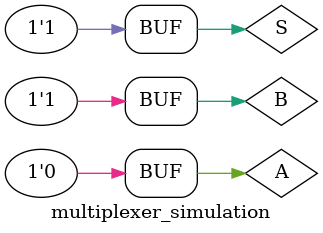
<source format=v>
`timescale 1ns / 1ps


module multiplexer_simulation(

    );
    
    // Inputs
    reg A;
    reg B;
    reg S;
    
    // Outputs
    wire Z;
    
    // Device Under Test (DUT)
    multiplexer dut(A, B, S, Z);
    
    initial begin
        S = 0; A = 0; B = 0; #10;
        S = 0; A = 1; B = 0; #10;
        S = 1; A = 0; B = 0; #10;
        S = 1; A = 0; B = 1; #10; 
    end
endmodule

</source>
